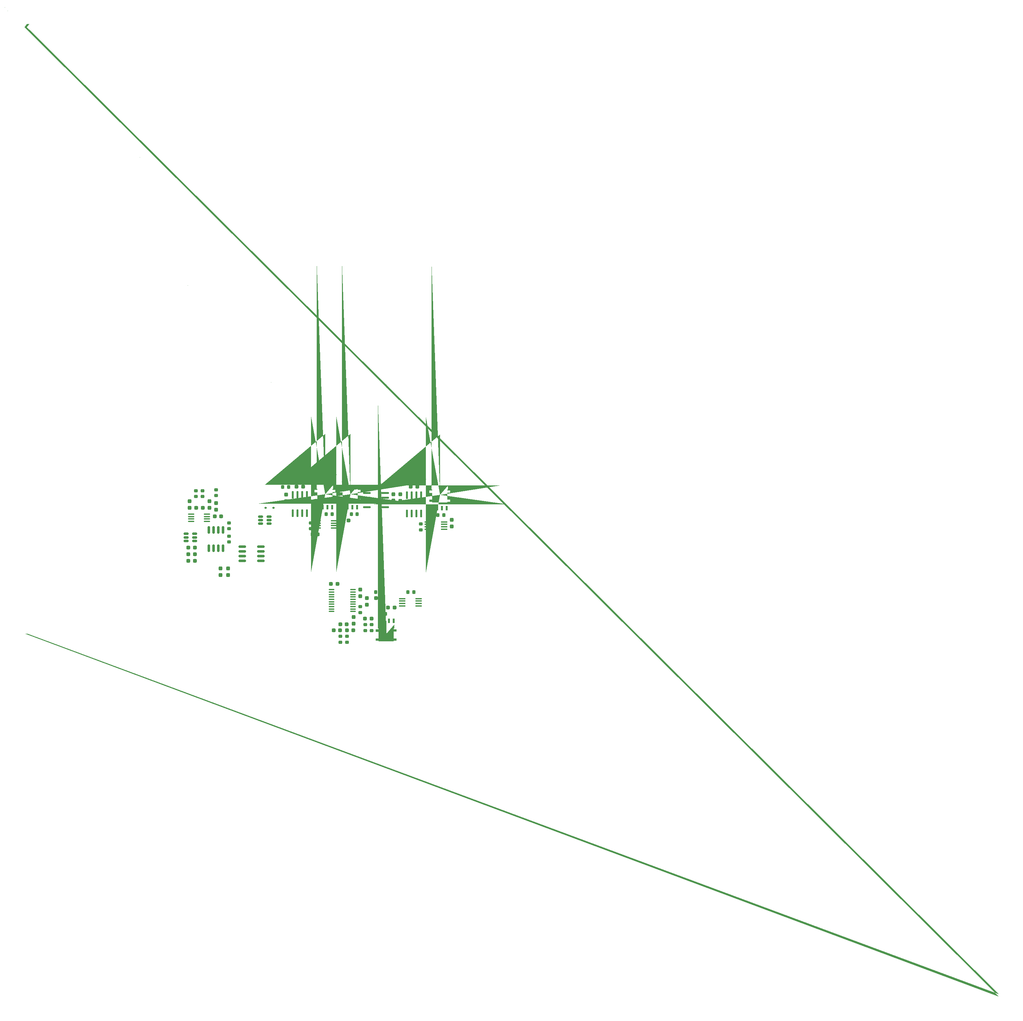
<source format=gbr>
%TF.GenerationSoftware,KiCad,Pcbnew,9.0.1*%
%TF.CreationDate,2025-06-09T14:31:37-07:00*%
%TF.ProjectId,chop-controller-heat-v2,63686f70-2d63-46f6-9e74-726f6c6c6572,rev?*%
%TF.SameCoordinates,Original*%
%TF.FileFunction,Paste,Top*%
%TF.FilePolarity,Positive*%
%FSLAX46Y46*%
G04 Gerber Fmt 4.6, Leading zero omitted, Abs format (unit mm)*
G04 Created by KiCad (PCBNEW 9.0.1) date 2025-06-09 14:31:37*
%MOMM*%
%LPD*%
G01*
G04 APERTURE LIST*
G04 Aperture macros list*
%AMRoundRect*
0 Rectangle with rounded corners*
0 $1 Rounding radius*
0 $2 $3 $4 $5 $6 $7 $8 $9 X,Y pos of 4 corners*
0 Add a 4 corners polygon primitive as box body*
4,1,4,$2,$3,$4,$5,$6,$7,$8,$9,$2,$3,0*
0 Add four circle primitives for the rounded corners*
1,1,$1+$1,$2,$3*
1,1,$1+$1,$4,$5*
1,1,$1+$1,$6,$7*
1,1,$1+$1,$8,$9*
0 Add four rect primitives between the rounded corners*
20,1,$1+$1,$2,$3,$4,$5,0*
20,1,$1+$1,$4,$5,$6,$7,0*
20,1,$1+$1,$6,$7,$8,$9,0*
20,1,$1+$1,$8,$9,$2,$3,0*%
%AMFreePoly0*
4,1,77,2.123536,2.483536,2.125000,2.480000,2.125000,1.460000,2.123536,1.456464,2.120000,1.455000,1.965000,1.455000,1.965000,1.175000,2.710000,1.175000,2.713536,1.173536,2.715000,1.170000,2.715000,0.560000,2.713536,0.556464,2.710000,0.555000,1.965000,0.555000,1.965000,-1.245000,2.710000,-1.245000,2.713536,-1.246464,2.715000,-1.250000,2.715000,-1.860000,2.713536,-1.863536,
2.710000,-1.865000,1.965000,-1.865000,1.965000,-2.040000,1.963536,-2.043536,1.960000,-2.045000,-2.140000,-2.045000,-2.143536,-2.043536,-2.145000,-2.040000,-2.145000,-1.875000,-2.900000,-1.875000,-2.903536,-1.873536,-2.905000,-1.870000,-2.905000,-1.260000,-2.903536,-1.256464,-2.900000,-1.255000,-2.145000,-1.255000,-2.145000,0.545000,-2.900000,0.545000,-2.903536,0.546464,-2.905000,0.550000,
-2.905000,1.160000,-2.903536,1.163536,-2.900000,1.165000,-2.145000,1.165000,-2.145000,1.445000,-2.300000,1.445000,-2.303536,1.446464,-2.305000,1.450000,-2.305000,2.470000,-2.303536,2.473536,-2.300000,2.475000,-1.690000,2.475000,-1.686464,2.473536,-1.685000,2.470000,-1.685000,1.775000,-1.035000,1.775000,-1.035000,2.470000,-1.033536,2.473536,-1.030000,2.475000,-0.420000,2.475000,
-0.416464,2.473536,-0.415000,2.470000,-0.415000,1.775000,0.235000,1.775000,0.235000,2.470000,0.236464,2.473536,0.240000,2.475000,0.850000,2.475000,0.853536,2.473536,0.855000,2.470000,0.855000,1.775000,1.505000,1.775000,1.505000,2.480000,1.506464,2.483536,1.510000,2.485000,2.120000,2.485000,2.123536,2.483536,2.123536,2.483536,$1*%
G04 Aperture macros list end*
%ADD10R,1.680000X0.400000*%
%ADD11RoundRect,0.218750X-0.218750X-0.256250X0.218750X-0.256250X0.218750X0.256250X-0.218750X0.256250X0*%
%ADD12RoundRect,0.237500X-0.237500X0.287500X-0.237500X-0.287500X0.237500X-0.287500X0.237500X0.287500X0*%
%ADD13RoundRect,0.218750X0.218750X0.256250X-0.218750X0.256250X-0.218750X-0.256250X0.218750X-0.256250X0*%
%ADD14RoundRect,0.218750X0.256250X-0.218750X0.256250X0.218750X-0.256250X0.218750X-0.256250X-0.218750X0*%
%ADD15RoundRect,0.237500X-0.287500X-0.237500X0.287500X-0.237500X0.287500X0.237500X-0.287500X0.237500X0*%
%ADD16RoundRect,0.150000X-0.825000X-0.150000X0.825000X-0.150000X0.825000X0.150000X-0.825000X0.150000X0*%
%ADD17RoundRect,0.132500X-0.132500X0.857500X-0.132500X-0.857500X0.132500X-0.857500X0.132500X0.857500X0*%
%ADD18RoundRect,0.218750X-0.256250X0.218750X-0.256250X-0.218750X0.256250X-0.218750X0.256250X0.218750X0*%
%ADD19RoundRect,0.112500X-0.187500X-0.112500X0.187500X-0.112500X0.187500X0.112500X-0.187500X0.112500X0*%
%ADD20RoundRect,0.237500X0.287500X0.237500X-0.287500X0.237500X-0.287500X-0.237500X0.287500X-0.237500X0*%
%ADD21R,0.610000X1.270000*%
%ADD22FreePoly0,0.000000*%
%ADD23RoundRect,0.132500X0.857500X0.132500X-0.857500X0.132500X-0.857500X-0.132500X0.857500X-0.132500X0*%
%ADD24RoundRect,0.237500X0.237500X-0.287500X0.237500X0.287500X-0.237500X0.287500X-0.237500X-0.287500X0*%
%ADD25RoundRect,0.150000X-0.512500X-0.150000X0.512500X-0.150000X0.512500X0.150000X-0.512500X0.150000X0*%
%ADD26RoundRect,0.100000X0.637500X0.100000X-0.637500X0.100000X-0.637500X-0.100000X0.637500X-0.100000X0*%
%ADD27RoundRect,0.150000X-0.150000X0.825000X-0.150000X-0.825000X0.150000X-0.825000X0.150000X0.825000X0*%
%ADD28RoundRect,0.100000X-0.712500X-0.100000X0.712500X-0.100000X0.712500X0.100000X-0.712500X0.100000X0*%
%ADD29RoundRect,0.150000X0.512500X0.150000X-0.512500X0.150000X-0.512500X-0.150000X0.512500X-0.150000X0*%
%ADD30FreePoly0,180.000000*%
G04 APERTURE END LIST*
D10*
%TO.C,U4*%
X167951400Y-97155000D03*
X167951400Y-96505000D03*
X167951400Y-95855000D03*
X167951400Y-95205000D03*
X163551400Y-95205000D03*
X163551400Y-95855000D03*
X163551400Y-96505000D03*
X163551400Y-97155000D03*
%TD*%
%TO.C,U2*%
X174856638Y-74628073D03*
X174856638Y-75278073D03*
X174856638Y-75928073D03*
X174856638Y-76578073D03*
X170456638Y-76578073D03*
X170456638Y-75928073D03*
X170456638Y-75278073D03*
X170456638Y-74628073D03*
%TD*%
D11*
%TO.C,R17*%
X173139138Y-72809073D03*
X174714138Y-72809073D03*
%TD*%
D12*
%TO.C,C36*%
X150511400Y-100177000D03*
X150511400Y-101927000D03*
%TD*%
D13*
%TO.C,R11*%
X151473138Y-72504323D03*
X149898138Y-72504323D03*
%TD*%
D11*
%TO.C,R21*%
X131483138Y-65265323D03*
X133058138Y-65265323D03*
%TD*%
D14*
%TO.C,R53*%
X117103638Y-76449823D03*
X117103638Y-74874823D03*
%TD*%
D12*
%TO.C,C35*%
X152289400Y-92811000D03*
X152289400Y-94561000D03*
%TD*%
D15*
%TO.C,C1*%
X147410200Y-74269600D03*
X149160200Y-74269600D03*
%TD*%
D14*
%TO.C,R49*%
X113601638Y-67576823D03*
X113601638Y-66001823D03*
%TD*%
D16*
%TO.C,U19*%
X120651638Y-81267323D03*
X120651638Y-82537323D03*
X120651638Y-83807323D03*
X120651638Y-85077323D03*
X125601638Y-85077323D03*
X125601638Y-83807323D03*
X125601638Y-82537323D03*
X125601638Y-81267323D03*
%TD*%
D15*
%TO.C,C14*%
X155525638Y-65138323D03*
X157275638Y-65138323D03*
%TD*%
D17*
%TO.C,U7*%
X168668888Y-67423073D03*
X167398888Y-67423073D03*
X166128888Y-67423073D03*
X164858888Y-67423073D03*
X164858888Y-72353073D03*
X166128888Y-72353073D03*
X167398888Y-72353073D03*
X168668888Y-72353073D03*
%TD*%
D18*
%TO.C,R1*%
X139042638Y-74891823D03*
X139042638Y-76466823D03*
%TD*%
D19*
%TO.C,D1*%
X126902638Y-70853323D03*
X129002638Y-70853323D03*
%TD*%
D20*
%TO.C,C31*%
X155323400Y-100544000D03*
X153573400Y-100544000D03*
%TD*%
D12*
%TO.C,C11*%
X163080888Y-67235073D03*
X163080888Y-68985073D03*
%TD*%
D21*
%TO.C,Q2*%
X171716888Y-70904073D03*
X172986888Y-70904073D03*
X174256888Y-70904073D03*
X175526888Y-70904073D03*
D22*
X173711888Y-67404073D03*
%TD*%
D23*
%TO.C,U10*%
X159030600Y-70676323D03*
X159030600Y-69406323D03*
X159030600Y-68136323D03*
X159030600Y-66866323D03*
X154100600Y-66866323D03*
X154100600Y-68136323D03*
X154100600Y-69406323D03*
X154100600Y-70676323D03*
%TD*%
D12*
%TO.C,C54*%
X116849638Y-87106323D03*
X116849638Y-88856323D03*
%TD*%
D18*
%TO.C,R2*%
X168592638Y-75196573D03*
X168592638Y-76771573D03*
%TD*%
D24*
%TO.C,C49*%
X111823638Y-70839323D03*
X111823638Y-69089323D03*
%TD*%
D10*
%TO.C,U1*%
X140906638Y-74323323D03*
X140906638Y-74973323D03*
X140906638Y-75623323D03*
X140906638Y-76273323D03*
X145306638Y-76273323D03*
X145306638Y-75623323D03*
X145306638Y-74973323D03*
X145306638Y-74323323D03*
%TD*%
D25*
%TO.C,U23*%
X125545138Y-73205323D03*
X125545138Y-74155323D03*
X125545138Y-75105323D03*
X127820138Y-75105323D03*
X127820138Y-74155323D03*
X127820138Y-73205323D03*
%TD*%
D14*
%TO.C,R52*%
X117103638Y-80005823D03*
X117103638Y-78430823D03*
%TD*%
D20*
%TO.C,C6*%
X136955638Y-65138323D03*
X135205638Y-65138323D03*
%TD*%
D21*
%TO.C,Q6*%
X147674638Y-70670323D03*
X148944638Y-70670323D03*
X150214638Y-70670323D03*
X151484638Y-70670323D03*
D22*
X149669638Y-67170323D03*
%TD*%
D15*
%TO.C,C34*%
X145177400Y-103719000D03*
X146927400Y-103719000D03*
%TD*%
D14*
%TO.C,R50*%
X109991638Y-67813823D03*
X109991638Y-66238823D03*
%TD*%
D21*
%TO.C,Q1*%
X140943638Y-70670323D03*
X142213638Y-70670323D03*
X143483638Y-70670323D03*
X144753638Y-70670323D03*
D22*
X142938638Y-67170323D03*
%TD*%
D18*
%TO.C,R38*%
X146941400Y-105344500D03*
X146941400Y-106919500D03*
%TD*%
D12*
%TO.C,C55*%
X114817638Y-87106323D03*
X114817638Y-88856323D03*
%TD*%
D26*
%TO.C,U14*%
X150325900Y-98643000D03*
X150325900Y-97993000D03*
X150325900Y-97343000D03*
X150325900Y-96693000D03*
X150325900Y-96043000D03*
X150325900Y-95393000D03*
X150325900Y-94743000D03*
X150325900Y-94093000D03*
X150325900Y-93443000D03*
X150325900Y-92793000D03*
X144600900Y-92793000D03*
X144600900Y-93443000D03*
X144600900Y-94093000D03*
X144600900Y-94743000D03*
X144600900Y-95393000D03*
X144600900Y-96043000D03*
X144600900Y-96693000D03*
X144600900Y-97343000D03*
X144600900Y-97993000D03*
X144600900Y-98643000D03*
%TD*%
D27*
%TO.C,U17*%
X115452638Y-76743323D03*
X114182638Y-76743323D03*
X112912638Y-76743323D03*
X111642638Y-76743323D03*
X111642638Y-81693323D03*
X112912638Y-81693323D03*
X114182638Y-81693323D03*
X115452638Y-81693323D03*
%TD*%
D24*
%TO.C,C10*%
X132397638Y-69061323D03*
X132397638Y-67311323D03*
%TD*%
D15*
%TO.C,C37*%
X144429400Y-91273000D03*
X146179400Y-91273000D03*
%TD*%
D24*
%TO.C,C2*%
X176847638Y-75843073D03*
X176847638Y-74093073D03*
%TD*%
D11*
%TO.C,R36*%
X156454900Y-93432000D03*
X158029900Y-93432000D03*
%TD*%
D28*
%TO.C,U16*%
X106917138Y-72545323D03*
X106917138Y-73195323D03*
X106917138Y-73845323D03*
X106917138Y-74495323D03*
X111142138Y-74495323D03*
X111142138Y-73845323D03*
X111142138Y-73195323D03*
X111142138Y-72545323D03*
%TD*%
D17*
%TO.C,U6*%
X137985638Y-67372323D03*
X136715638Y-67372323D03*
X135445638Y-67372323D03*
X134175638Y-67372323D03*
X134175638Y-72302323D03*
X135445638Y-72302323D03*
X136715638Y-72302323D03*
X137985638Y-72302323D03*
%TD*%
D12*
%TO.C,C17*%
X161226638Y-67184323D03*
X161226638Y-68934323D03*
%TD*%
%TO.C,C48*%
X106489638Y-69089323D03*
X106489638Y-70839323D03*
%TD*%
D14*
%TO.C,R_REF2*%
X155337400Y-103744500D03*
X155337400Y-102169500D03*
%TD*%
D12*
%TO.C,C52*%
X113601638Y-69597323D03*
X113601638Y-71347323D03*
%TD*%
D24*
%TO.C,C29*%
X154067400Y-96847000D03*
X154067400Y-95097000D03*
%TD*%
D15*
%TO.C,C56*%
X106195638Y-85060323D03*
X107945638Y-85060323D03*
%TD*%
D20*
%TO.C,C33*%
X150483400Y-103719000D03*
X148733400Y-103719000D03*
%TD*%
D29*
%TO.C,U20*%
X107886638Y-79721323D03*
X107886638Y-78771323D03*
X107886638Y-77821323D03*
X105611638Y-77821323D03*
X105611638Y-78771323D03*
X105611638Y-79721323D03*
%TD*%
D20*
%TO.C,C7*%
X167638888Y-65189073D03*
X165888888Y-65189073D03*
%TD*%
%TO.C,C51*%
X114984638Y-73139323D03*
X113234638Y-73139323D03*
%TD*%
%TO.C,C30*%
X148705400Y-102068000D03*
X146955400Y-102068000D03*
%TD*%
D18*
%TO.C,R37*%
X148719400Y-105344500D03*
X148719400Y-106919500D03*
%TD*%
D15*
%TO.C,C58*%
X106195638Y-81504323D03*
X107945638Y-81504323D03*
%TD*%
%TO.C,C47*%
X108281638Y-70853323D03*
X110031638Y-70853323D03*
%TD*%
D13*
%TO.C,R6*%
X140973138Y-77965323D03*
X139398138Y-77965323D03*
%TD*%
D15*
%TO.C,C32*%
X156508400Y-95083000D03*
X158258400Y-95083000D03*
%TD*%
%TO.C,C57*%
X106195638Y-83282323D03*
X107945638Y-83282323D03*
%TD*%
D14*
%TO.C,R39*%
X152289400Y-98918500D03*
X152289400Y-97343500D03*
%TD*%
D18*
%TO.C,R35*%
X153686400Y-102169500D03*
X153686400Y-103744500D03*
%TD*%
%TO.C,R51*%
X108213638Y-66255823D03*
X108213638Y-67830823D03*
%TD*%
D11*
%TO.C,R16*%
X143167138Y-72504323D03*
X144742138Y-72504323D03*
%TD*%
D13*
%TO.C,R9*%
X166665900Y-93432000D03*
X165090900Y-93432000D03*
%TD*%
D20*
%TO.C,C4*%
X161533562Y-97559477D03*
X159783562Y-97559477D03*
%TD*%
D21*
%TO.C,Q9*%
X161306400Y-101133000D03*
X160036400Y-101133000D03*
X158766400Y-101133000D03*
X157496400Y-101133000D03*
D30*
X159311400Y-104633000D03*
%TD*%
D11*
%TO.C,R14*%
X157470900Y-99274000D03*
X159045900Y-99274000D03*
%TD*%
M02*

</source>
